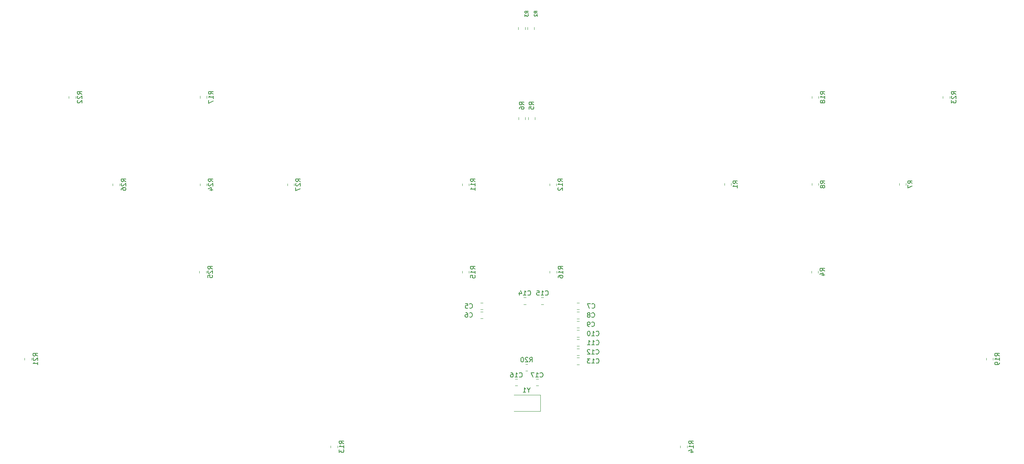
<source format=gbr>
%TF.GenerationSoftware,KiCad,Pcbnew,7.0.7*%
%TF.CreationDate,2023-10-06T06:03:54+09:00*%
%TF.ProjectId,Sixtar-Switch,53697874-6172-42d5-9377-697463682e6b,rev?*%
%TF.SameCoordinates,Original*%
%TF.FileFunction,Legend,Bot*%
%TF.FilePolarity,Positive*%
%FSLAX46Y46*%
G04 Gerber Fmt 4.6, Leading zero omitted, Abs format (unit mm)*
G04 Created by KiCad (PCBNEW 7.0.7) date 2023-10-06 06:03:54*
%MOMM*%
%LPD*%
G01*
G04 APERTURE LIST*
%ADD10C,0.150000*%
%ADD11C,0.120000*%
G04 APERTURE END LIST*
D10*
X88754819Y-56207142D02*
X88278628Y-55873809D01*
X88754819Y-55635714D02*
X87754819Y-55635714D01*
X87754819Y-55635714D02*
X87754819Y-56016666D01*
X87754819Y-56016666D02*
X87802438Y-56111904D01*
X87802438Y-56111904D02*
X87850057Y-56159523D01*
X87850057Y-56159523D02*
X87945295Y-56207142D01*
X87945295Y-56207142D02*
X88088152Y-56207142D01*
X88088152Y-56207142D02*
X88183390Y-56159523D01*
X88183390Y-56159523D02*
X88231009Y-56111904D01*
X88231009Y-56111904D02*
X88278628Y-56016666D01*
X88278628Y-56016666D02*
X88278628Y-55635714D01*
X87850057Y-56588095D02*
X87802438Y-56635714D01*
X87802438Y-56635714D02*
X87754819Y-56730952D01*
X87754819Y-56730952D02*
X87754819Y-56969047D01*
X87754819Y-56969047D02*
X87802438Y-57064285D01*
X87802438Y-57064285D02*
X87850057Y-57111904D01*
X87850057Y-57111904D02*
X87945295Y-57159523D01*
X87945295Y-57159523D02*
X88040533Y-57159523D01*
X88040533Y-57159523D02*
X88183390Y-57111904D01*
X88183390Y-57111904D02*
X88754819Y-56540476D01*
X88754819Y-56540476D02*
X88754819Y-57159523D01*
X87754819Y-57492857D02*
X87754819Y-58159523D01*
X87754819Y-58159523D02*
X88754819Y-57730952D01*
X153185357Y-93719580D02*
X153232976Y-93767200D01*
X153232976Y-93767200D02*
X153375833Y-93814819D01*
X153375833Y-93814819D02*
X153471071Y-93814819D01*
X153471071Y-93814819D02*
X153613928Y-93767200D01*
X153613928Y-93767200D02*
X153709166Y-93671961D01*
X153709166Y-93671961D02*
X153756785Y-93576723D01*
X153756785Y-93576723D02*
X153804404Y-93386247D01*
X153804404Y-93386247D02*
X153804404Y-93243390D01*
X153804404Y-93243390D02*
X153756785Y-93052914D01*
X153756785Y-93052914D02*
X153709166Y-92957676D01*
X153709166Y-92957676D02*
X153613928Y-92862438D01*
X153613928Y-92862438D02*
X153471071Y-92814819D01*
X153471071Y-92814819D02*
X153375833Y-92814819D01*
X153375833Y-92814819D02*
X153232976Y-92862438D01*
X153232976Y-92862438D02*
X153185357Y-92910057D01*
X152232976Y-93814819D02*
X152804404Y-93814819D01*
X152518690Y-93814819D02*
X152518690Y-92814819D01*
X152518690Y-92814819D02*
X152613928Y-92957676D01*
X152613928Y-92957676D02*
X152709166Y-93052914D01*
X152709166Y-93052914D02*
X152804404Y-93100533D01*
X151852023Y-92910057D02*
X151804404Y-92862438D01*
X151804404Y-92862438D02*
X151709166Y-92814819D01*
X151709166Y-92814819D02*
X151471071Y-92814819D01*
X151471071Y-92814819D02*
X151375833Y-92862438D01*
X151375833Y-92862438D02*
X151328214Y-92910057D01*
X151328214Y-92910057D02*
X151280595Y-93005295D01*
X151280595Y-93005295D02*
X151280595Y-93100533D01*
X151280595Y-93100533D02*
X151328214Y-93243390D01*
X151328214Y-93243390D02*
X151899642Y-93814819D01*
X151899642Y-93814819D02*
X151280595Y-93814819D01*
X153222857Y-89719580D02*
X153270476Y-89767200D01*
X153270476Y-89767200D02*
X153413333Y-89814819D01*
X153413333Y-89814819D02*
X153508571Y-89814819D01*
X153508571Y-89814819D02*
X153651428Y-89767200D01*
X153651428Y-89767200D02*
X153746666Y-89671961D01*
X153746666Y-89671961D02*
X153794285Y-89576723D01*
X153794285Y-89576723D02*
X153841904Y-89386247D01*
X153841904Y-89386247D02*
X153841904Y-89243390D01*
X153841904Y-89243390D02*
X153794285Y-89052914D01*
X153794285Y-89052914D02*
X153746666Y-88957676D01*
X153746666Y-88957676D02*
X153651428Y-88862438D01*
X153651428Y-88862438D02*
X153508571Y-88814819D01*
X153508571Y-88814819D02*
X153413333Y-88814819D01*
X153413333Y-88814819D02*
X153270476Y-88862438D01*
X153270476Y-88862438D02*
X153222857Y-88910057D01*
X152270476Y-89814819D02*
X152841904Y-89814819D01*
X152556190Y-89814819D02*
X152556190Y-88814819D01*
X152556190Y-88814819D02*
X152651428Y-88957676D01*
X152651428Y-88957676D02*
X152746666Y-89052914D01*
X152746666Y-89052914D02*
X152841904Y-89100533D01*
X151651428Y-88814819D02*
X151556190Y-88814819D01*
X151556190Y-88814819D02*
X151460952Y-88862438D01*
X151460952Y-88862438D02*
X151413333Y-88910057D01*
X151413333Y-88910057D02*
X151365714Y-89005295D01*
X151365714Y-89005295D02*
X151318095Y-89195771D01*
X151318095Y-89195771D02*
X151318095Y-89433866D01*
X151318095Y-89433866D02*
X151365714Y-89624342D01*
X151365714Y-89624342D02*
X151413333Y-89719580D01*
X151413333Y-89719580D02*
X151460952Y-89767200D01*
X151460952Y-89767200D02*
X151556190Y-89814819D01*
X151556190Y-89814819D02*
X151651428Y-89814819D01*
X151651428Y-89814819D02*
X151746666Y-89767200D01*
X151746666Y-89767200D02*
X151794285Y-89719580D01*
X151794285Y-89719580D02*
X151841904Y-89624342D01*
X151841904Y-89624342D02*
X151889523Y-89433866D01*
X151889523Y-89433866D02*
X151889523Y-89195771D01*
X151889523Y-89195771D02*
X151841904Y-89005295D01*
X151841904Y-89005295D02*
X151794285Y-88910057D01*
X151794285Y-88910057D02*
X151746666Y-88862438D01*
X151746666Y-88862438D02*
X151651428Y-88814819D01*
X125639404Y-83719580D02*
X125687023Y-83767200D01*
X125687023Y-83767200D02*
X125829880Y-83814819D01*
X125829880Y-83814819D02*
X125925118Y-83814819D01*
X125925118Y-83814819D02*
X126067975Y-83767200D01*
X126067975Y-83767200D02*
X126163213Y-83671961D01*
X126163213Y-83671961D02*
X126210832Y-83576723D01*
X126210832Y-83576723D02*
X126258451Y-83386247D01*
X126258451Y-83386247D02*
X126258451Y-83243390D01*
X126258451Y-83243390D02*
X126210832Y-83052914D01*
X126210832Y-83052914D02*
X126163213Y-82957676D01*
X126163213Y-82957676D02*
X126067975Y-82862438D01*
X126067975Y-82862438D02*
X125925118Y-82814819D01*
X125925118Y-82814819D02*
X125829880Y-82814819D01*
X125829880Y-82814819D02*
X125687023Y-82862438D01*
X125687023Y-82862438D02*
X125639404Y-82910057D01*
X124734642Y-82814819D02*
X125210832Y-82814819D01*
X125210832Y-82814819D02*
X125258451Y-83291009D01*
X125258451Y-83291009D02*
X125210832Y-83243390D01*
X125210832Y-83243390D02*
X125115594Y-83195771D01*
X125115594Y-83195771D02*
X124877499Y-83195771D01*
X124877499Y-83195771D02*
X124782261Y-83243390D01*
X124782261Y-83243390D02*
X124734642Y-83291009D01*
X124734642Y-83291009D02*
X124687023Y-83386247D01*
X124687023Y-83386247D02*
X124687023Y-83624342D01*
X124687023Y-83624342D02*
X124734642Y-83719580D01*
X124734642Y-83719580D02*
X124782261Y-83767200D01*
X124782261Y-83767200D02*
X124877499Y-83814819D01*
X124877499Y-83814819D02*
X125115594Y-83814819D01*
X125115594Y-83814819D02*
X125210832Y-83767200D01*
X125210832Y-83767200D02*
X125258451Y-83719580D01*
X152259166Y-85719580D02*
X152306785Y-85767200D01*
X152306785Y-85767200D02*
X152449642Y-85814819D01*
X152449642Y-85814819D02*
X152544880Y-85814819D01*
X152544880Y-85814819D02*
X152687737Y-85767200D01*
X152687737Y-85767200D02*
X152782975Y-85671961D01*
X152782975Y-85671961D02*
X152830594Y-85576723D01*
X152830594Y-85576723D02*
X152878213Y-85386247D01*
X152878213Y-85386247D02*
X152878213Y-85243390D01*
X152878213Y-85243390D02*
X152830594Y-85052914D01*
X152830594Y-85052914D02*
X152782975Y-84957676D01*
X152782975Y-84957676D02*
X152687737Y-84862438D01*
X152687737Y-84862438D02*
X152544880Y-84814819D01*
X152544880Y-84814819D02*
X152449642Y-84814819D01*
X152449642Y-84814819D02*
X152306785Y-84862438D01*
X152306785Y-84862438D02*
X152259166Y-84910057D01*
X151687737Y-85243390D02*
X151782975Y-85195771D01*
X151782975Y-85195771D02*
X151830594Y-85148152D01*
X151830594Y-85148152D02*
X151878213Y-85052914D01*
X151878213Y-85052914D02*
X151878213Y-85005295D01*
X151878213Y-85005295D02*
X151830594Y-84910057D01*
X151830594Y-84910057D02*
X151782975Y-84862438D01*
X151782975Y-84862438D02*
X151687737Y-84814819D01*
X151687737Y-84814819D02*
X151497261Y-84814819D01*
X151497261Y-84814819D02*
X151402023Y-84862438D01*
X151402023Y-84862438D02*
X151354404Y-84910057D01*
X151354404Y-84910057D02*
X151306785Y-85005295D01*
X151306785Y-85005295D02*
X151306785Y-85052914D01*
X151306785Y-85052914D02*
X151354404Y-85148152D01*
X151354404Y-85148152D02*
X151402023Y-85195771D01*
X151402023Y-85195771D02*
X151497261Y-85243390D01*
X151497261Y-85243390D02*
X151687737Y-85243390D01*
X151687737Y-85243390D02*
X151782975Y-85291009D01*
X151782975Y-85291009D02*
X151830594Y-85338628D01*
X151830594Y-85338628D02*
X151878213Y-85433866D01*
X151878213Y-85433866D02*
X151878213Y-85624342D01*
X151878213Y-85624342D02*
X151830594Y-85719580D01*
X151830594Y-85719580D02*
X151782975Y-85767200D01*
X151782975Y-85767200D02*
X151687737Y-85814819D01*
X151687737Y-85814819D02*
X151497261Y-85814819D01*
X151497261Y-85814819D02*
X151402023Y-85767200D01*
X151402023Y-85767200D02*
X151354404Y-85719580D01*
X151354404Y-85719580D02*
X151306785Y-85624342D01*
X151306785Y-85624342D02*
X151306785Y-85433866D01*
X151306785Y-85433866D02*
X151354404Y-85338628D01*
X151354404Y-85338628D02*
X151402023Y-85291009D01*
X151402023Y-85291009D02*
X151497261Y-85243390D01*
X184024819Y-56623333D02*
X183548628Y-56290000D01*
X184024819Y-56051905D02*
X183024819Y-56051905D01*
X183024819Y-56051905D02*
X183024819Y-56432857D01*
X183024819Y-56432857D02*
X183072438Y-56528095D01*
X183072438Y-56528095D02*
X183120057Y-56575714D01*
X183120057Y-56575714D02*
X183215295Y-56623333D01*
X183215295Y-56623333D02*
X183358152Y-56623333D01*
X183358152Y-56623333D02*
X183453390Y-56575714D01*
X183453390Y-56575714D02*
X183501009Y-56528095D01*
X183501009Y-56528095D02*
X183548628Y-56432857D01*
X183548628Y-56432857D02*
X183548628Y-56051905D01*
X184024819Y-57575714D02*
X184024819Y-57004286D01*
X184024819Y-57290000D02*
X183024819Y-57290000D01*
X183024819Y-57290000D02*
X183167676Y-57194762D01*
X183167676Y-57194762D02*
X183262914Y-57099524D01*
X183262914Y-57099524D02*
X183310533Y-57004286D01*
X136472857Y-98769580D02*
X136520476Y-98817200D01*
X136520476Y-98817200D02*
X136663333Y-98864819D01*
X136663333Y-98864819D02*
X136758571Y-98864819D01*
X136758571Y-98864819D02*
X136901428Y-98817200D01*
X136901428Y-98817200D02*
X136996666Y-98721961D01*
X136996666Y-98721961D02*
X137044285Y-98626723D01*
X137044285Y-98626723D02*
X137091904Y-98436247D01*
X137091904Y-98436247D02*
X137091904Y-98293390D01*
X137091904Y-98293390D02*
X137044285Y-98102914D01*
X137044285Y-98102914D02*
X136996666Y-98007676D01*
X136996666Y-98007676D02*
X136901428Y-97912438D01*
X136901428Y-97912438D02*
X136758571Y-97864819D01*
X136758571Y-97864819D02*
X136663333Y-97864819D01*
X136663333Y-97864819D02*
X136520476Y-97912438D01*
X136520476Y-97912438D02*
X136472857Y-97960057D01*
X135520476Y-98864819D02*
X136091904Y-98864819D01*
X135806190Y-98864819D02*
X135806190Y-97864819D01*
X135806190Y-97864819D02*
X135901428Y-98007676D01*
X135901428Y-98007676D02*
X135996666Y-98102914D01*
X135996666Y-98102914D02*
X136091904Y-98150533D01*
X134663333Y-97864819D02*
X134853809Y-97864819D01*
X134853809Y-97864819D02*
X134949047Y-97912438D01*
X134949047Y-97912438D02*
X134996666Y-97960057D01*
X134996666Y-97960057D02*
X135091904Y-98102914D01*
X135091904Y-98102914D02*
X135139523Y-98293390D01*
X135139523Y-98293390D02*
X135139523Y-98674342D01*
X135139523Y-98674342D02*
X135091904Y-98769580D01*
X135091904Y-98769580D02*
X135044285Y-98817200D01*
X135044285Y-98817200D02*
X134949047Y-98864819D01*
X134949047Y-98864819D02*
X134758571Y-98864819D01*
X134758571Y-98864819D02*
X134663333Y-98817200D01*
X134663333Y-98817200D02*
X134615714Y-98769580D01*
X134615714Y-98769580D02*
X134568095Y-98674342D01*
X134568095Y-98674342D02*
X134568095Y-98436247D01*
X134568095Y-98436247D02*
X134615714Y-98341009D01*
X134615714Y-98341009D02*
X134663333Y-98293390D01*
X134663333Y-98293390D02*
X134758571Y-98245771D01*
X134758571Y-98245771D02*
X134949047Y-98245771D01*
X134949047Y-98245771D02*
X135044285Y-98293390D01*
X135044285Y-98293390D02*
X135091904Y-98341009D01*
X135091904Y-98341009D02*
X135139523Y-98436247D01*
X241104819Y-94257142D02*
X240628628Y-93923809D01*
X241104819Y-93685714D02*
X240104819Y-93685714D01*
X240104819Y-93685714D02*
X240104819Y-94066666D01*
X240104819Y-94066666D02*
X240152438Y-94161904D01*
X240152438Y-94161904D02*
X240200057Y-94209523D01*
X240200057Y-94209523D02*
X240295295Y-94257142D01*
X240295295Y-94257142D02*
X240438152Y-94257142D01*
X240438152Y-94257142D02*
X240533390Y-94209523D01*
X240533390Y-94209523D02*
X240581009Y-94161904D01*
X240581009Y-94161904D02*
X240628628Y-94066666D01*
X240628628Y-94066666D02*
X240628628Y-93685714D01*
X241104819Y-95209523D02*
X241104819Y-94638095D01*
X241104819Y-94923809D02*
X240104819Y-94923809D01*
X240104819Y-94923809D02*
X240247676Y-94828571D01*
X240247676Y-94828571D02*
X240342914Y-94733333D01*
X240342914Y-94733333D02*
X240390533Y-94638095D01*
X241104819Y-95685714D02*
X241104819Y-95876190D01*
X241104819Y-95876190D02*
X241057200Y-95971428D01*
X241057200Y-95971428D02*
X241009580Y-96019047D01*
X241009580Y-96019047D02*
X240866723Y-96114285D01*
X240866723Y-96114285D02*
X240676247Y-96161904D01*
X240676247Y-96161904D02*
X240295295Y-96161904D01*
X240295295Y-96161904D02*
X240200057Y-96114285D01*
X240200057Y-96114285D02*
X240152438Y-96066666D01*
X240152438Y-96066666D02*
X240104819Y-95971428D01*
X240104819Y-95971428D02*
X240104819Y-95780952D01*
X240104819Y-95780952D02*
X240152438Y-95685714D01*
X240152438Y-95685714D02*
X240200057Y-95638095D01*
X240200057Y-95638095D02*
X240295295Y-95590476D01*
X240295295Y-95590476D02*
X240533390Y-95590476D01*
X240533390Y-95590476D02*
X240628628Y-95638095D01*
X240628628Y-95638095D02*
X240676247Y-95685714D01*
X240676247Y-95685714D02*
X240723866Y-95780952D01*
X240723866Y-95780952D02*
X240723866Y-95971428D01*
X240723866Y-95971428D02*
X240676247Y-96066666D01*
X240676247Y-96066666D02*
X240628628Y-96114285D01*
X240628628Y-96114285D02*
X240533390Y-96161904D01*
X126854819Y-75307142D02*
X126378628Y-74973809D01*
X126854819Y-74735714D02*
X125854819Y-74735714D01*
X125854819Y-74735714D02*
X125854819Y-75116666D01*
X125854819Y-75116666D02*
X125902438Y-75211904D01*
X125902438Y-75211904D02*
X125950057Y-75259523D01*
X125950057Y-75259523D02*
X126045295Y-75307142D01*
X126045295Y-75307142D02*
X126188152Y-75307142D01*
X126188152Y-75307142D02*
X126283390Y-75259523D01*
X126283390Y-75259523D02*
X126331009Y-75211904D01*
X126331009Y-75211904D02*
X126378628Y-75116666D01*
X126378628Y-75116666D02*
X126378628Y-74735714D01*
X126854819Y-76259523D02*
X126854819Y-75688095D01*
X126854819Y-75973809D02*
X125854819Y-75973809D01*
X125854819Y-75973809D02*
X125997676Y-75878571D01*
X125997676Y-75878571D02*
X126092914Y-75783333D01*
X126092914Y-75783333D02*
X126140533Y-75688095D01*
X125854819Y-77164285D02*
X125854819Y-76688095D01*
X125854819Y-76688095D02*
X126331009Y-76640476D01*
X126331009Y-76640476D02*
X126283390Y-76688095D01*
X126283390Y-76688095D02*
X126235771Y-76783333D01*
X126235771Y-76783333D02*
X126235771Y-77021428D01*
X126235771Y-77021428D02*
X126283390Y-77116666D01*
X126283390Y-77116666D02*
X126331009Y-77164285D01*
X126331009Y-77164285D02*
X126426247Y-77211904D01*
X126426247Y-77211904D02*
X126664342Y-77211904D01*
X126664342Y-77211904D02*
X126759580Y-77164285D01*
X126759580Y-77164285D02*
X126807200Y-77116666D01*
X126807200Y-77116666D02*
X126854819Y-77021428D01*
X126854819Y-77021428D02*
X126854819Y-76783333D01*
X126854819Y-76783333D02*
X126807200Y-76688095D01*
X126807200Y-76688095D02*
X126759580Y-76640476D01*
X50704819Y-56207142D02*
X50228628Y-55873809D01*
X50704819Y-55635714D02*
X49704819Y-55635714D01*
X49704819Y-55635714D02*
X49704819Y-56016666D01*
X49704819Y-56016666D02*
X49752438Y-56111904D01*
X49752438Y-56111904D02*
X49800057Y-56159523D01*
X49800057Y-56159523D02*
X49895295Y-56207142D01*
X49895295Y-56207142D02*
X50038152Y-56207142D01*
X50038152Y-56207142D02*
X50133390Y-56159523D01*
X50133390Y-56159523D02*
X50181009Y-56111904D01*
X50181009Y-56111904D02*
X50228628Y-56016666D01*
X50228628Y-56016666D02*
X50228628Y-55635714D01*
X49800057Y-56588095D02*
X49752438Y-56635714D01*
X49752438Y-56635714D02*
X49704819Y-56730952D01*
X49704819Y-56730952D02*
X49704819Y-56969047D01*
X49704819Y-56969047D02*
X49752438Y-57064285D01*
X49752438Y-57064285D02*
X49800057Y-57111904D01*
X49800057Y-57111904D02*
X49895295Y-57159523D01*
X49895295Y-57159523D02*
X49990533Y-57159523D01*
X49990533Y-57159523D02*
X50133390Y-57111904D01*
X50133390Y-57111904D02*
X50704819Y-56540476D01*
X50704819Y-56540476D02*
X50704819Y-57159523D01*
X49704819Y-58016666D02*
X49704819Y-57826190D01*
X49704819Y-57826190D02*
X49752438Y-57730952D01*
X49752438Y-57730952D02*
X49800057Y-57683333D01*
X49800057Y-57683333D02*
X49942914Y-57588095D01*
X49942914Y-57588095D02*
X50133390Y-57540476D01*
X50133390Y-57540476D02*
X50514342Y-57540476D01*
X50514342Y-57540476D02*
X50609580Y-57588095D01*
X50609580Y-57588095D02*
X50657200Y-57635714D01*
X50657200Y-57635714D02*
X50704819Y-57730952D01*
X50704819Y-57730952D02*
X50704819Y-57921428D01*
X50704819Y-57921428D02*
X50657200Y-58016666D01*
X50657200Y-58016666D02*
X50609580Y-58064285D01*
X50609580Y-58064285D02*
X50514342Y-58111904D01*
X50514342Y-58111904D02*
X50276247Y-58111904D01*
X50276247Y-58111904D02*
X50181009Y-58064285D01*
X50181009Y-58064285D02*
X50133390Y-58016666D01*
X50133390Y-58016666D02*
X50085771Y-57921428D01*
X50085771Y-57921428D02*
X50085771Y-57730952D01*
X50085771Y-57730952D02*
X50133390Y-57635714D01*
X50133390Y-57635714D02*
X50181009Y-57588095D01*
X50181009Y-57588095D02*
X50276247Y-57540476D01*
X231654819Y-37157142D02*
X231178628Y-36823809D01*
X231654819Y-36585714D02*
X230654819Y-36585714D01*
X230654819Y-36585714D02*
X230654819Y-36966666D01*
X230654819Y-36966666D02*
X230702438Y-37061904D01*
X230702438Y-37061904D02*
X230750057Y-37109523D01*
X230750057Y-37109523D02*
X230845295Y-37157142D01*
X230845295Y-37157142D02*
X230988152Y-37157142D01*
X230988152Y-37157142D02*
X231083390Y-37109523D01*
X231083390Y-37109523D02*
X231131009Y-37061904D01*
X231131009Y-37061904D02*
X231178628Y-36966666D01*
X231178628Y-36966666D02*
X231178628Y-36585714D01*
X230750057Y-37538095D02*
X230702438Y-37585714D01*
X230702438Y-37585714D02*
X230654819Y-37680952D01*
X230654819Y-37680952D02*
X230654819Y-37919047D01*
X230654819Y-37919047D02*
X230702438Y-38014285D01*
X230702438Y-38014285D02*
X230750057Y-38061904D01*
X230750057Y-38061904D02*
X230845295Y-38109523D01*
X230845295Y-38109523D02*
X230940533Y-38109523D01*
X230940533Y-38109523D02*
X231083390Y-38061904D01*
X231083390Y-38061904D02*
X231654819Y-37490476D01*
X231654819Y-37490476D02*
X231654819Y-38109523D01*
X230654819Y-38442857D02*
X230654819Y-39061904D01*
X230654819Y-39061904D02*
X231035771Y-38728571D01*
X231035771Y-38728571D02*
X231035771Y-38871428D01*
X231035771Y-38871428D02*
X231083390Y-38966666D01*
X231083390Y-38966666D02*
X231131009Y-39014285D01*
X231131009Y-39014285D02*
X231226247Y-39061904D01*
X231226247Y-39061904D02*
X231464342Y-39061904D01*
X231464342Y-39061904D02*
X231559580Y-39014285D01*
X231559580Y-39014285D02*
X231607200Y-38966666D01*
X231607200Y-38966666D02*
X231654819Y-38871428D01*
X231654819Y-38871428D02*
X231654819Y-38585714D01*
X231654819Y-38585714D02*
X231607200Y-38490476D01*
X231607200Y-38490476D02*
X231559580Y-38442857D01*
X140416033Y-19483333D02*
X140082700Y-19250000D01*
X140416033Y-19083333D02*
X139716033Y-19083333D01*
X139716033Y-19083333D02*
X139716033Y-19350000D01*
X139716033Y-19350000D02*
X139749366Y-19416667D01*
X139749366Y-19416667D02*
X139782700Y-19450000D01*
X139782700Y-19450000D02*
X139849366Y-19483333D01*
X139849366Y-19483333D02*
X139949366Y-19483333D01*
X139949366Y-19483333D02*
X140016033Y-19450000D01*
X140016033Y-19450000D02*
X140049366Y-19416667D01*
X140049366Y-19416667D02*
X140082700Y-19350000D01*
X140082700Y-19350000D02*
X140082700Y-19083333D01*
X139782700Y-19750000D02*
X139749366Y-19783333D01*
X139749366Y-19783333D02*
X139716033Y-19850000D01*
X139716033Y-19850000D02*
X139716033Y-20016667D01*
X139716033Y-20016667D02*
X139749366Y-20083333D01*
X139749366Y-20083333D02*
X139782700Y-20116667D01*
X139782700Y-20116667D02*
X139849366Y-20150000D01*
X139849366Y-20150000D02*
X139916033Y-20150000D01*
X139916033Y-20150000D02*
X140016033Y-20116667D01*
X140016033Y-20116667D02*
X140416033Y-19716667D01*
X140416033Y-19716667D02*
X140416033Y-20150000D01*
X69604819Y-75257142D02*
X69128628Y-74923809D01*
X69604819Y-74685714D02*
X68604819Y-74685714D01*
X68604819Y-74685714D02*
X68604819Y-75066666D01*
X68604819Y-75066666D02*
X68652438Y-75161904D01*
X68652438Y-75161904D02*
X68700057Y-75209523D01*
X68700057Y-75209523D02*
X68795295Y-75257142D01*
X68795295Y-75257142D02*
X68938152Y-75257142D01*
X68938152Y-75257142D02*
X69033390Y-75209523D01*
X69033390Y-75209523D02*
X69081009Y-75161904D01*
X69081009Y-75161904D02*
X69128628Y-75066666D01*
X69128628Y-75066666D02*
X69128628Y-74685714D01*
X68700057Y-75638095D02*
X68652438Y-75685714D01*
X68652438Y-75685714D02*
X68604819Y-75780952D01*
X68604819Y-75780952D02*
X68604819Y-76019047D01*
X68604819Y-76019047D02*
X68652438Y-76114285D01*
X68652438Y-76114285D02*
X68700057Y-76161904D01*
X68700057Y-76161904D02*
X68795295Y-76209523D01*
X68795295Y-76209523D02*
X68890533Y-76209523D01*
X68890533Y-76209523D02*
X69033390Y-76161904D01*
X69033390Y-76161904D02*
X69604819Y-75590476D01*
X69604819Y-75590476D02*
X69604819Y-76209523D01*
X68604819Y-77114285D02*
X68604819Y-76638095D01*
X68604819Y-76638095D02*
X69081009Y-76590476D01*
X69081009Y-76590476D02*
X69033390Y-76638095D01*
X69033390Y-76638095D02*
X68985771Y-76733333D01*
X68985771Y-76733333D02*
X68985771Y-76971428D01*
X68985771Y-76971428D02*
X69033390Y-77066666D01*
X69033390Y-77066666D02*
X69081009Y-77114285D01*
X69081009Y-77114285D02*
X69176247Y-77161904D01*
X69176247Y-77161904D02*
X69414342Y-77161904D01*
X69414342Y-77161904D02*
X69509580Y-77114285D01*
X69509580Y-77114285D02*
X69557200Y-77066666D01*
X69557200Y-77066666D02*
X69604819Y-76971428D01*
X69604819Y-76971428D02*
X69604819Y-76733333D01*
X69604819Y-76733333D02*
X69557200Y-76638095D01*
X69557200Y-76638095D02*
X69509580Y-76590476D01*
X145954819Y-75307142D02*
X145478628Y-74973809D01*
X145954819Y-74735714D02*
X144954819Y-74735714D01*
X144954819Y-74735714D02*
X144954819Y-75116666D01*
X144954819Y-75116666D02*
X145002438Y-75211904D01*
X145002438Y-75211904D02*
X145050057Y-75259523D01*
X145050057Y-75259523D02*
X145145295Y-75307142D01*
X145145295Y-75307142D02*
X145288152Y-75307142D01*
X145288152Y-75307142D02*
X145383390Y-75259523D01*
X145383390Y-75259523D02*
X145431009Y-75211904D01*
X145431009Y-75211904D02*
X145478628Y-75116666D01*
X145478628Y-75116666D02*
X145478628Y-74735714D01*
X145954819Y-76259523D02*
X145954819Y-75688095D01*
X145954819Y-75973809D02*
X144954819Y-75973809D01*
X144954819Y-75973809D02*
X145097676Y-75878571D01*
X145097676Y-75878571D02*
X145192914Y-75783333D01*
X145192914Y-75783333D02*
X145240533Y-75688095D01*
X144954819Y-77116666D02*
X144954819Y-76926190D01*
X144954819Y-76926190D02*
X145002438Y-76830952D01*
X145002438Y-76830952D02*
X145050057Y-76783333D01*
X145050057Y-76783333D02*
X145192914Y-76688095D01*
X145192914Y-76688095D02*
X145383390Y-76640476D01*
X145383390Y-76640476D02*
X145764342Y-76640476D01*
X145764342Y-76640476D02*
X145859580Y-76688095D01*
X145859580Y-76688095D02*
X145907200Y-76735714D01*
X145907200Y-76735714D02*
X145954819Y-76830952D01*
X145954819Y-76830952D02*
X145954819Y-77021428D01*
X145954819Y-77021428D02*
X145907200Y-77116666D01*
X145907200Y-77116666D02*
X145859580Y-77164285D01*
X145859580Y-77164285D02*
X145764342Y-77211904D01*
X145764342Y-77211904D02*
X145526247Y-77211904D01*
X145526247Y-77211904D02*
X145431009Y-77164285D01*
X145431009Y-77164285D02*
X145383390Y-77116666D01*
X145383390Y-77116666D02*
X145335771Y-77021428D01*
X145335771Y-77021428D02*
X145335771Y-76830952D01*
X145335771Y-76830952D02*
X145383390Y-76735714D01*
X145383390Y-76735714D02*
X145431009Y-76688095D01*
X145431009Y-76688095D02*
X145526247Y-76640476D01*
X203074819Y-37157142D02*
X202598628Y-36823809D01*
X203074819Y-36585714D02*
X202074819Y-36585714D01*
X202074819Y-36585714D02*
X202074819Y-36966666D01*
X202074819Y-36966666D02*
X202122438Y-37061904D01*
X202122438Y-37061904D02*
X202170057Y-37109523D01*
X202170057Y-37109523D02*
X202265295Y-37157142D01*
X202265295Y-37157142D02*
X202408152Y-37157142D01*
X202408152Y-37157142D02*
X202503390Y-37109523D01*
X202503390Y-37109523D02*
X202551009Y-37061904D01*
X202551009Y-37061904D02*
X202598628Y-36966666D01*
X202598628Y-36966666D02*
X202598628Y-36585714D01*
X203074819Y-38109523D02*
X203074819Y-37538095D01*
X203074819Y-37823809D02*
X202074819Y-37823809D01*
X202074819Y-37823809D02*
X202217676Y-37728571D01*
X202217676Y-37728571D02*
X202312914Y-37633333D01*
X202312914Y-37633333D02*
X202360533Y-37538095D01*
X202503390Y-38680952D02*
X202455771Y-38585714D01*
X202455771Y-38585714D02*
X202408152Y-38538095D01*
X202408152Y-38538095D02*
X202312914Y-38490476D01*
X202312914Y-38490476D02*
X202265295Y-38490476D01*
X202265295Y-38490476D02*
X202170057Y-38538095D01*
X202170057Y-38538095D02*
X202122438Y-38585714D01*
X202122438Y-38585714D02*
X202074819Y-38680952D01*
X202074819Y-38680952D02*
X202074819Y-38871428D01*
X202074819Y-38871428D02*
X202122438Y-38966666D01*
X202122438Y-38966666D02*
X202170057Y-39014285D01*
X202170057Y-39014285D02*
X202265295Y-39061904D01*
X202265295Y-39061904D02*
X202312914Y-39061904D01*
X202312914Y-39061904D02*
X202408152Y-39014285D01*
X202408152Y-39014285D02*
X202455771Y-38966666D01*
X202455771Y-38966666D02*
X202503390Y-38871428D01*
X202503390Y-38871428D02*
X202503390Y-38680952D01*
X202503390Y-38680952D02*
X202551009Y-38585714D01*
X202551009Y-38585714D02*
X202598628Y-38538095D01*
X202598628Y-38538095D02*
X202693866Y-38490476D01*
X202693866Y-38490476D02*
X202884342Y-38490476D01*
X202884342Y-38490476D02*
X202979580Y-38538095D01*
X202979580Y-38538095D02*
X203027200Y-38585714D01*
X203027200Y-38585714D02*
X203074819Y-38680952D01*
X203074819Y-38680952D02*
X203074819Y-38871428D01*
X203074819Y-38871428D02*
X203027200Y-38966666D01*
X203027200Y-38966666D02*
X202979580Y-39014285D01*
X202979580Y-39014285D02*
X202884342Y-39061904D01*
X202884342Y-39061904D02*
X202693866Y-39061904D01*
X202693866Y-39061904D02*
X202598628Y-39014285D01*
X202598628Y-39014285D02*
X202551009Y-38966666D01*
X202551009Y-38966666D02*
X202503390Y-38871428D01*
X152246666Y-87719580D02*
X152294285Y-87767200D01*
X152294285Y-87767200D02*
X152437142Y-87814819D01*
X152437142Y-87814819D02*
X152532380Y-87814819D01*
X152532380Y-87814819D02*
X152675237Y-87767200D01*
X152675237Y-87767200D02*
X152770475Y-87671961D01*
X152770475Y-87671961D02*
X152818094Y-87576723D01*
X152818094Y-87576723D02*
X152865713Y-87386247D01*
X152865713Y-87386247D02*
X152865713Y-87243390D01*
X152865713Y-87243390D02*
X152818094Y-87052914D01*
X152818094Y-87052914D02*
X152770475Y-86957676D01*
X152770475Y-86957676D02*
X152675237Y-86862438D01*
X152675237Y-86862438D02*
X152532380Y-86814819D01*
X152532380Y-86814819D02*
X152437142Y-86814819D01*
X152437142Y-86814819D02*
X152294285Y-86862438D01*
X152294285Y-86862438D02*
X152246666Y-86910057D01*
X151770475Y-87814819D02*
X151579999Y-87814819D01*
X151579999Y-87814819D02*
X151484761Y-87767200D01*
X151484761Y-87767200D02*
X151437142Y-87719580D01*
X151437142Y-87719580D02*
X151341904Y-87576723D01*
X151341904Y-87576723D02*
X151294285Y-87386247D01*
X151294285Y-87386247D02*
X151294285Y-87005295D01*
X151294285Y-87005295D02*
X151341904Y-86910057D01*
X151341904Y-86910057D02*
X151389523Y-86862438D01*
X151389523Y-86862438D02*
X151484761Y-86814819D01*
X151484761Y-86814819D02*
X151675237Y-86814819D01*
X151675237Y-86814819D02*
X151770475Y-86862438D01*
X151770475Y-86862438D02*
X151818094Y-86910057D01*
X151818094Y-86910057D02*
X151865713Y-87005295D01*
X151865713Y-87005295D02*
X151865713Y-87243390D01*
X151865713Y-87243390D02*
X151818094Y-87338628D01*
X151818094Y-87338628D02*
X151770475Y-87386247D01*
X151770475Y-87386247D02*
X151675237Y-87433866D01*
X151675237Y-87433866D02*
X151484761Y-87433866D01*
X151484761Y-87433866D02*
X151389523Y-87386247D01*
X151389523Y-87386247D02*
X151341904Y-87338628D01*
X151341904Y-87338628D02*
X151294285Y-87243390D01*
X41144819Y-37157142D02*
X40668628Y-36823809D01*
X41144819Y-36585714D02*
X40144819Y-36585714D01*
X40144819Y-36585714D02*
X40144819Y-36966666D01*
X40144819Y-36966666D02*
X40192438Y-37061904D01*
X40192438Y-37061904D02*
X40240057Y-37109523D01*
X40240057Y-37109523D02*
X40335295Y-37157142D01*
X40335295Y-37157142D02*
X40478152Y-37157142D01*
X40478152Y-37157142D02*
X40573390Y-37109523D01*
X40573390Y-37109523D02*
X40621009Y-37061904D01*
X40621009Y-37061904D02*
X40668628Y-36966666D01*
X40668628Y-36966666D02*
X40668628Y-36585714D01*
X40240057Y-37538095D02*
X40192438Y-37585714D01*
X40192438Y-37585714D02*
X40144819Y-37680952D01*
X40144819Y-37680952D02*
X40144819Y-37919047D01*
X40144819Y-37919047D02*
X40192438Y-38014285D01*
X40192438Y-38014285D02*
X40240057Y-38061904D01*
X40240057Y-38061904D02*
X40335295Y-38109523D01*
X40335295Y-38109523D02*
X40430533Y-38109523D01*
X40430533Y-38109523D02*
X40573390Y-38061904D01*
X40573390Y-38061904D02*
X41144819Y-37490476D01*
X41144819Y-37490476D02*
X41144819Y-38109523D01*
X40240057Y-38490476D02*
X40192438Y-38538095D01*
X40192438Y-38538095D02*
X40144819Y-38633333D01*
X40144819Y-38633333D02*
X40144819Y-38871428D01*
X40144819Y-38871428D02*
X40192438Y-38966666D01*
X40192438Y-38966666D02*
X40240057Y-39014285D01*
X40240057Y-39014285D02*
X40335295Y-39061904D01*
X40335295Y-39061904D02*
X40430533Y-39061904D01*
X40430533Y-39061904D02*
X40573390Y-39014285D01*
X40573390Y-39014285D02*
X41144819Y-38442857D01*
X41144819Y-38442857D02*
X41144819Y-39061904D01*
X203074819Y-56623333D02*
X202598628Y-56290000D01*
X203074819Y-56051905D02*
X202074819Y-56051905D01*
X202074819Y-56051905D02*
X202074819Y-56432857D01*
X202074819Y-56432857D02*
X202122438Y-56528095D01*
X202122438Y-56528095D02*
X202170057Y-56575714D01*
X202170057Y-56575714D02*
X202265295Y-56623333D01*
X202265295Y-56623333D02*
X202408152Y-56623333D01*
X202408152Y-56623333D02*
X202503390Y-56575714D01*
X202503390Y-56575714D02*
X202551009Y-56528095D01*
X202551009Y-56528095D02*
X202598628Y-56432857D01*
X202598628Y-56432857D02*
X202598628Y-56051905D01*
X202503390Y-57194762D02*
X202455771Y-57099524D01*
X202455771Y-57099524D02*
X202408152Y-57051905D01*
X202408152Y-57051905D02*
X202312914Y-57004286D01*
X202312914Y-57004286D02*
X202265295Y-57004286D01*
X202265295Y-57004286D02*
X202170057Y-57051905D01*
X202170057Y-57051905D02*
X202122438Y-57099524D01*
X202122438Y-57099524D02*
X202074819Y-57194762D01*
X202074819Y-57194762D02*
X202074819Y-57385238D01*
X202074819Y-57385238D02*
X202122438Y-57480476D01*
X202122438Y-57480476D02*
X202170057Y-57528095D01*
X202170057Y-57528095D02*
X202265295Y-57575714D01*
X202265295Y-57575714D02*
X202312914Y-57575714D01*
X202312914Y-57575714D02*
X202408152Y-57528095D01*
X202408152Y-57528095D02*
X202455771Y-57480476D01*
X202455771Y-57480476D02*
X202503390Y-57385238D01*
X202503390Y-57385238D02*
X202503390Y-57194762D01*
X202503390Y-57194762D02*
X202551009Y-57099524D01*
X202551009Y-57099524D02*
X202598628Y-57051905D01*
X202598628Y-57051905D02*
X202693866Y-57004286D01*
X202693866Y-57004286D02*
X202884342Y-57004286D01*
X202884342Y-57004286D02*
X202979580Y-57051905D01*
X202979580Y-57051905D02*
X203027200Y-57099524D01*
X203027200Y-57099524D02*
X203074819Y-57194762D01*
X203074819Y-57194762D02*
X203074819Y-57385238D01*
X203074819Y-57385238D02*
X203027200Y-57480476D01*
X203027200Y-57480476D02*
X202979580Y-57528095D01*
X202979580Y-57528095D02*
X202884342Y-57575714D01*
X202884342Y-57575714D02*
X202693866Y-57575714D01*
X202693866Y-57575714D02*
X202598628Y-57528095D01*
X202598628Y-57528095D02*
X202551009Y-57480476D01*
X202551009Y-57480476D02*
X202503390Y-57385238D01*
X145904819Y-56207142D02*
X145428628Y-55873809D01*
X145904819Y-55635714D02*
X144904819Y-55635714D01*
X144904819Y-55635714D02*
X144904819Y-56016666D01*
X144904819Y-56016666D02*
X144952438Y-56111904D01*
X144952438Y-56111904D02*
X145000057Y-56159523D01*
X145000057Y-56159523D02*
X145095295Y-56207142D01*
X145095295Y-56207142D02*
X145238152Y-56207142D01*
X145238152Y-56207142D02*
X145333390Y-56159523D01*
X145333390Y-56159523D02*
X145381009Y-56111904D01*
X145381009Y-56111904D02*
X145428628Y-56016666D01*
X145428628Y-56016666D02*
X145428628Y-55635714D01*
X145904819Y-57159523D02*
X145904819Y-56588095D01*
X145904819Y-56873809D02*
X144904819Y-56873809D01*
X144904819Y-56873809D02*
X145047676Y-56778571D01*
X145047676Y-56778571D02*
X145142914Y-56683333D01*
X145142914Y-56683333D02*
X145190533Y-56588095D01*
X145000057Y-57540476D02*
X144952438Y-57588095D01*
X144952438Y-57588095D02*
X144904819Y-57683333D01*
X144904819Y-57683333D02*
X144904819Y-57921428D01*
X144904819Y-57921428D02*
X144952438Y-58016666D01*
X144952438Y-58016666D02*
X145000057Y-58064285D01*
X145000057Y-58064285D02*
X145095295Y-58111904D01*
X145095295Y-58111904D02*
X145190533Y-58111904D01*
X145190533Y-58111904D02*
X145333390Y-58064285D01*
X145333390Y-58064285D02*
X145904819Y-57492857D01*
X145904819Y-57492857D02*
X145904819Y-58111904D01*
X31504819Y-94257142D02*
X31028628Y-93923809D01*
X31504819Y-93685714D02*
X30504819Y-93685714D01*
X30504819Y-93685714D02*
X30504819Y-94066666D01*
X30504819Y-94066666D02*
X30552438Y-94161904D01*
X30552438Y-94161904D02*
X30600057Y-94209523D01*
X30600057Y-94209523D02*
X30695295Y-94257142D01*
X30695295Y-94257142D02*
X30838152Y-94257142D01*
X30838152Y-94257142D02*
X30933390Y-94209523D01*
X30933390Y-94209523D02*
X30981009Y-94161904D01*
X30981009Y-94161904D02*
X31028628Y-94066666D01*
X31028628Y-94066666D02*
X31028628Y-93685714D01*
X30600057Y-94638095D02*
X30552438Y-94685714D01*
X30552438Y-94685714D02*
X30504819Y-94780952D01*
X30504819Y-94780952D02*
X30504819Y-95019047D01*
X30504819Y-95019047D02*
X30552438Y-95114285D01*
X30552438Y-95114285D02*
X30600057Y-95161904D01*
X30600057Y-95161904D02*
X30695295Y-95209523D01*
X30695295Y-95209523D02*
X30790533Y-95209523D01*
X30790533Y-95209523D02*
X30933390Y-95161904D01*
X30933390Y-95161904D02*
X31504819Y-94590476D01*
X31504819Y-94590476D02*
X31504819Y-95209523D01*
X31504819Y-96161904D02*
X31504819Y-95590476D01*
X31504819Y-95876190D02*
X30504819Y-95876190D01*
X30504819Y-95876190D02*
X30647676Y-95780952D01*
X30647676Y-95780952D02*
X30742914Y-95685714D01*
X30742914Y-95685714D02*
X30790533Y-95590476D01*
X142152857Y-80909580D02*
X142200476Y-80957200D01*
X142200476Y-80957200D02*
X142343333Y-81004819D01*
X142343333Y-81004819D02*
X142438571Y-81004819D01*
X142438571Y-81004819D02*
X142581428Y-80957200D01*
X142581428Y-80957200D02*
X142676666Y-80861961D01*
X142676666Y-80861961D02*
X142724285Y-80766723D01*
X142724285Y-80766723D02*
X142771904Y-80576247D01*
X142771904Y-80576247D02*
X142771904Y-80433390D01*
X142771904Y-80433390D02*
X142724285Y-80242914D01*
X142724285Y-80242914D02*
X142676666Y-80147676D01*
X142676666Y-80147676D02*
X142581428Y-80052438D01*
X142581428Y-80052438D02*
X142438571Y-80004819D01*
X142438571Y-80004819D02*
X142343333Y-80004819D01*
X142343333Y-80004819D02*
X142200476Y-80052438D01*
X142200476Y-80052438D02*
X142152857Y-80100057D01*
X141200476Y-81004819D02*
X141771904Y-81004819D01*
X141486190Y-81004819D02*
X141486190Y-80004819D01*
X141486190Y-80004819D02*
X141581428Y-80147676D01*
X141581428Y-80147676D02*
X141676666Y-80242914D01*
X141676666Y-80242914D02*
X141771904Y-80290533D01*
X140295714Y-80004819D02*
X140771904Y-80004819D01*
X140771904Y-80004819D02*
X140819523Y-80481009D01*
X140819523Y-80481009D02*
X140771904Y-80433390D01*
X140771904Y-80433390D02*
X140676666Y-80385771D01*
X140676666Y-80385771D02*
X140438571Y-80385771D01*
X140438571Y-80385771D02*
X140343333Y-80433390D01*
X140343333Y-80433390D02*
X140295714Y-80481009D01*
X140295714Y-80481009D02*
X140248095Y-80576247D01*
X140248095Y-80576247D02*
X140248095Y-80814342D01*
X140248095Y-80814342D02*
X140295714Y-80909580D01*
X140295714Y-80909580D02*
X140343333Y-80957200D01*
X140343333Y-80957200D02*
X140438571Y-81004819D01*
X140438571Y-81004819D02*
X140676666Y-81004819D01*
X140676666Y-81004819D02*
X140771904Y-80957200D01*
X140771904Y-80957200D02*
X140819523Y-80909580D01*
X138416033Y-19483333D02*
X138082700Y-19250000D01*
X138416033Y-19083333D02*
X137716033Y-19083333D01*
X137716033Y-19083333D02*
X137716033Y-19350000D01*
X137716033Y-19350000D02*
X137749366Y-19416667D01*
X137749366Y-19416667D02*
X137782700Y-19450000D01*
X137782700Y-19450000D02*
X137849366Y-19483333D01*
X137849366Y-19483333D02*
X137949366Y-19483333D01*
X137949366Y-19483333D02*
X138016033Y-19450000D01*
X138016033Y-19450000D02*
X138049366Y-19416667D01*
X138049366Y-19416667D02*
X138082700Y-19350000D01*
X138082700Y-19350000D02*
X138082700Y-19083333D01*
X137716033Y-19716667D02*
X137716033Y-20150000D01*
X137716033Y-20150000D02*
X137982700Y-19916667D01*
X137982700Y-19916667D02*
X137982700Y-20016667D01*
X137982700Y-20016667D02*
X138016033Y-20083333D01*
X138016033Y-20083333D02*
X138049366Y-20116667D01*
X138049366Y-20116667D02*
X138116033Y-20150000D01*
X138116033Y-20150000D02*
X138282700Y-20150000D01*
X138282700Y-20150000D02*
X138349366Y-20116667D01*
X138349366Y-20116667D02*
X138382700Y-20083333D01*
X138382700Y-20083333D02*
X138416033Y-20016667D01*
X138416033Y-20016667D02*
X138416033Y-19816667D01*
X138416033Y-19816667D02*
X138382700Y-19750000D01*
X138382700Y-19750000D02*
X138349366Y-19716667D01*
X139604819Y-39483333D02*
X139128628Y-39150000D01*
X139604819Y-38911905D02*
X138604819Y-38911905D01*
X138604819Y-38911905D02*
X138604819Y-39292857D01*
X138604819Y-39292857D02*
X138652438Y-39388095D01*
X138652438Y-39388095D02*
X138700057Y-39435714D01*
X138700057Y-39435714D02*
X138795295Y-39483333D01*
X138795295Y-39483333D02*
X138938152Y-39483333D01*
X138938152Y-39483333D02*
X139033390Y-39435714D01*
X139033390Y-39435714D02*
X139081009Y-39388095D01*
X139081009Y-39388095D02*
X139128628Y-39292857D01*
X139128628Y-39292857D02*
X139128628Y-38911905D01*
X138604819Y-40388095D02*
X138604819Y-39911905D01*
X138604819Y-39911905D02*
X139081009Y-39864286D01*
X139081009Y-39864286D02*
X139033390Y-39911905D01*
X139033390Y-39911905D02*
X138985771Y-40007143D01*
X138985771Y-40007143D02*
X138985771Y-40245238D01*
X138985771Y-40245238D02*
X139033390Y-40340476D01*
X139033390Y-40340476D02*
X139081009Y-40388095D01*
X139081009Y-40388095D02*
X139176247Y-40435714D01*
X139176247Y-40435714D02*
X139414342Y-40435714D01*
X139414342Y-40435714D02*
X139509580Y-40388095D01*
X139509580Y-40388095D02*
X139557200Y-40340476D01*
X139557200Y-40340476D02*
X139604819Y-40245238D01*
X139604819Y-40245238D02*
X139604819Y-40007143D01*
X139604819Y-40007143D02*
X139557200Y-39911905D01*
X139557200Y-39911905D02*
X139509580Y-39864286D01*
X98204819Y-113357142D02*
X97728628Y-113023809D01*
X98204819Y-112785714D02*
X97204819Y-112785714D01*
X97204819Y-112785714D02*
X97204819Y-113166666D01*
X97204819Y-113166666D02*
X97252438Y-113261904D01*
X97252438Y-113261904D02*
X97300057Y-113309523D01*
X97300057Y-113309523D02*
X97395295Y-113357142D01*
X97395295Y-113357142D02*
X97538152Y-113357142D01*
X97538152Y-113357142D02*
X97633390Y-113309523D01*
X97633390Y-113309523D02*
X97681009Y-113261904D01*
X97681009Y-113261904D02*
X97728628Y-113166666D01*
X97728628Y-113166666D02*
X97728628Y-112785714D01*
X98204819Y-114309523D02*
X98204819Y-113738095D01*
X98204819Y-114023809D02*
X97204819Y-114023809D01*
X97204819Y-114023809D02*
X97347676Y-113928571D01*
X97347676Y-113928571D02*
X97442914Y-113833333D01*
X97442914Y-113833333D02*
X97490533Y-113738095D01*
X97204819Y-114642857D02*
X97204819Y-115261904D01*
X97204819Y-115261904D02*
X97585771Y-114928571D01*
X97585771Y-114928571D02*
X97585771Y-115071428D01*
X97585771Y-115071428D02*
X97633390Y-115166666D01*
X97633390Y-115166666D02*
X97681009Y-115214285D01*
X97681009Y-115214285D02*
X97776247Y-115261904D01*
X97776247Y-115261904D02*
X98014342Y-115261904D01*
X98014342Y-115261904D02*
X98109580Y-115214285D01*
X98109580Y-115214285D02*
X98157200Y-115166666D01*
X98157200Y-115166666D02*
X98204819Y-115071428D01*
X98204819Y-115071428D02*
X98204819Y-114785714D01*
X98204819Y-114785714D02*
X98157200Y-114690476D01*
X98157200Y-114690476D02*
X98109580Y-114642857D01*
X69704819Y-56207142D02*
X69228628Y-55873809D01*
X69704819Y-55635714D02*
X68704819Y-55635714D01*
X68704819Y-55635714D02*
X68704819Y-56016666D01*
X68704819Y-56016666D02*
X68752438Y-56111904D01*
X68752438Y-56111904D02*
X68800057Y-56159523D01*
X68800057Y-56159523D02*
X68895295Y-56207142D01*
X68895295Y-56207142D02*
X69038152Y-56207142D01*
X69038152Y-56207142D02*
X69133390Y-56159523D01*
X69133390Y-56159523D02*
X69181009Y-56111904D01*
X69181009Y-56111904D02*
X69228628Y-56016666D01*
X69228628Y-56016666D02*
X69228628Y-55635714D01*
X68800057Y-56588095D02*
X68752438Y-56635714D01*
X68752438Y-56635714D02*
X68704819Y-56730952D01*
X68704819Y-56730952D02*
X68704819Y-56969047D01*
X68704819Y-56969047D02*
X68752438Y-57064285D01*
X68752438Y-57064285D02*
X68800057Y-57111904D01*
X68800057Y-57111904D02*
X68895295Y-57159523D01*
X68895295Y-57159523D02*
X68990533Y-57159523D01*
X68990533Y-57159523D02*
X69133390Y-57111904D01*
X69133390Y-57111904D02*
X69704819Y-56540476D01*
X69704819Y-56540476D02*
X69704819Y-57159523D01*
X69038152Y-58016666D02*
X69704819Y-58016666D01*
X68657200Y-57778571D02*
X69371485Y-57540476D01*
X69371485Y-57540476D02*
X69371485Y-58159523D01*
X203004819Y-75733333D02*
X202528628Y-75400000D01*
X203004819Y-75161905D02*
X202004819Y-75161905D01*
X202004819Y-75161905D02*
X202004819Y-75542857D01*
X202004819Y-75542857D02*
X202052438Y-75638095D01*
X202052438Y-75638095D02*
X202100057Y-75685714D01*
X202100057Y-75685714D02*
X202195295Y-75733333D01*
X202195295Y-75733333D02*
X202338152Y-75733333D01*
X202338152Y-75733333D02*
X202433390Y-75685714D01*
X202433390Y-75685714D02*
X202481009Y-75638095D01*
X202481009Y-75638095D02*
X202528628Y-75542857D01*
X202528628Y-75542857D02*
X202528628Y-75161905D01*
X202338152Y-76590476D02*
X203004819Y-76590476D01*
X201957200Y-76352381D02*
X202671485Y-76114286D01*
X202671485Y-76114286D02*
X202671485Y-76733333D01*
X152309166Y-83719580D02*
X152356785Y-83767200D01*
X152356785Y-83767200D02*
X152499642Y-83814819D01*
X152499642Y-83814819D02*
X152594880Y-83814819D01*
X152594880Y-83814819D02*
X152737737Y-83767200D01*
X152737737Y-83767200D02*
X152832975Y-83671961D01*
X152832975Y-83671961D02*
X152880594Y-83576723D01*
X152880594Y-83576723D02*
X152928213Y-83386247D01*
X152928213Y-83386247D02*
X152928213Y-83243390D01*
X152928213Y-83243390D02*
X152880594Y-83052914D01*
X152880594Y-83052914D02*
X152832975Y-82957676D01*
X152832975Y-82957676D02*
X152737737Y-82862438D01*
X152737737Y-82862438D02*
X152594880Y-82814819D01*
X152594880Y-82814819D02*
X152499642Y-82814819D01*
X152499642Y-82814819D02*
X152356785Y-82862438D01*
X152356785Y-82862438D02*
X152309166Y-82910057D01*
X151975832Y-82814819D02*
X151309166Y-82814819D01*
X151309166Y-82814819D02*
X151737737Y-83814819D01*
X137504819Y-39483333D02*
X137028628Y-39150000D01*
X137504819Y-38911905D02*
X136504819Y-38911905D01*
X136504819Y-38911905D02*
X136504819Y-39292857D01*
X136504819Y-39292857D02*
X136552438Y-39388095D01*
X136552438Y-39388095D02*
X136600057Y-39435714D01*
X136600057Y-39435714D02*
X136695295Y-39483333D01*
X136695295Y-39483333D02*
X136838152Y-39483333D01*
X136838152Y-39483333D02*
X136933390Y-39435714D01*
X136933390Y-39435714D02*
X136981009Y-39388095D01*
X136981009Y-39388095D02*
X137028628Y-39292857D01*
X137028628Y-39292857D02*
X137028628Y-38911905D01*
X136504819Y-40340476D02*
X136504819Y-40150000D01*
X136504819Y-40150000D02*
X136552438Y-40054762D01*
X136552438Y-40054762D02*
X136600057Y-40007143D01*
X136600057Y-40007143D02*
X136742914Y-39911905D01*
X136742914Y-39911905D02*
X136933390Y-39864286D01*
X136933390Y-39864286D02*
X137314342Y-39864286D01*
X137314342Y-39864286D02*
X137409580Y-39911905D01*
X137409580Y-39911905D02*
X137457200Y-39959524D01*
X137457200Y-39959524D02*
X137504819Y-40054762D01*
X137504819Y-40054762D02*
X137504819Y-40245238D01*
X137504819Y-40245238D02*
X137457200Y-40340476D01*
X137457200Y-40340476D02*
X137409580Y-40388095D01*
X137409580Y-40388095D02*
X137314342Y-40435714D01*
X137314342Y-40435714D02*
X137076247Y-40435714D01*
X137076247Y-40435714D02*
X136981009Y-40388095D01*
X136981009Y-40388095D02*
X136933390Y-40340476D01*
X136933390Y-40340476D02*
X136885771Y-40245238D01*
X136885771Y-40245238D02*
X136885771Y-40054762D01*
X136885771Y-40054762D02*
X136933390Y-39959524D01*
X136933390Y-39959524D02*
X136981009Y-39911905D01*
X136981009Y-39911905D02*
X137076247Y-39864286D01*
X126854819Y-56207142D02*
X126378628Y-55873809D01*
X126854819Y-55635714D02*
X125854819Y-55635714D01*
X125854819Y-55635714D02*
X125854819Y-56016666D01*
X125854819Y-56016666D02*
X125902438Y-56111904D01*
X125902438Y-56111904D02*
X125950057Y-56159523D01*
X125950057Y-56159523D02*
X126045295Y-56207142D01*
X126045295Y-56207142D02*
X126188152Y-56207142D01*
X126188152Y-56207142D02*
X126283390Y-56159523D01*
X126283390Y-56159523D02*
X126331009Y-56111904D01*
X126331009Y-56111904D02*
X126378628Y-56016666D01*
X126378628Y-56016666D02*
X126378628Y-55635714D01*
X126854819Y-57159523D02*
X126854819Y-56588095D01*
X126854819Y-56873809D02*
X125854819Y-56873809D01*
X125854819Y-56873809D02*
X125997676Y-56778571D01*
X125997676Y-56778571D02*
X126092914Y-56683333D01*
X126092914Y-56683333D02*
X126140533Y-56588095D01*
X126854819Y-58111904D02*
X126854819Y-57540476D01*
X126854819Y-57826190D02*
X125854819Y-57826190D01*
X125854819Y-57826190D02*
X125997676Y-57730952D01*
X125997676Y-57730952D02*
X126092914Y-57635714D01*
X126092914Y-57635714D02*
X126140533Y-57540476D01*
X69734819Y-37147142D02*
X69258628Y-36813809D01*
X69734819Y-36575714D02*
X68734819Y-36575714D01*
X68734819Y-36575714D02*
X68734819Y-36956666D01*
X68734819Y-36956666D02*
X68782438Y-37051904D01*
X68782438Y-37051904D02*
X68830057Y-37099523D01*
X68830057Y-37099523D02*
X68925295Y-37147142D01*
X68925295Y-37147142D02*
X69068152Y-37147142D01*
X69068152Y-37147142D02*
X69163390Y-37099523D01*
X69163390Y-37099523D02*
X69211009Y-37051904D01*
X69211009Y-37051904D02*
X69258628Y-36956666D01*
X69258628Y-36956666D02*
X69258628Y-36575714D01*
X69734819Y-38099523D02*
X69734819Y-37528095D01*
X69734819Y-37813809D02*
X68734819Y-37813809D01*
X68734819Y-37813809D02*
X68877676Y-37718571D01*
X68877676Y-37718571D02*
X68972914Y-37623333D01*
X68972914Y-37623333D02*
X69020533Y-37528095D01*
X68734819Y-38432857D02*
X68734819Y-39099523D01*
X68734819Y-39099523D02*
X69734819Y-38670952D01*
X138312857Y-80899580D02*
X138360476Y-80947200D01*
X138360476Y-80947200D02*
X138503333Y-80994819D01*
X138503333Y-80994819D02*
X138598571Y-80994819D01*
X138598571Y-80994819D02*
X138741428Y-80947200D01*
X138741428Y-80947200D02*
X138836666Y-80851961D01*
X138836666Y-80851961D02*
X138884285Y-80756723D01*
X138884285Y-80756723D02*
X138931904Y-80566247D01*
X138931904Y-80566247D02*
X138931904Y-80423390D01*
X138931904Y-80423390D02*
X138884285Y-80232914D01*
X138884285Y-80232914D02*
X138836666Y-80137676D01*
X138836666Y-80137676D02*
X138741428Y-80042438D01*
X138741428Y-80042438D02*
X138598571Y-79994819D01*
X138598571Y-79994819D02*
X138503333Y-79994819D01*
X138503333Y-79994819D02*
X138360476Y-80042438D01*
X138360476Y-80042438D02*
X138312857Y-80090057D01*
X137360476Y-80994819D02*
X137931904Y-80994819D01*
X137646190Y-80994819D02*
X137646190Y-79994819D01*
X137646190Y-79994819D02*
X137741428Y-80137676D01*
X137741428Y-80137676D02*
X137836666Y-80232914D01*
X137836666Y-80232914D02*
X137931904Y-80280533D01*
X136503333Y-80328152D02*
X136503333Y-80994819D01*
X136741428Y-79947200D02*
X136979523Y-80661485D01*
X136979523Y-80661485D02*
X136360476Y-80661485D01*
X141002857Y-98769580D02*
X141050476Y-98817200D01*
X141050476Y-98817200D02*
X141193333Y-98864819D01*
X141193333Y-98864819D02*
X141288571Y-98864819D01*
X141288571Y-98864819D02*
X141431428Y-98817200D01*
X141431428Y-98817200D02*
X141526666Y-98721961D01*
X141526666Y-98721961D02*
X141574285Y-98626723D01*
X141574285Y-98626723D02*
X141621904Y-98436247D01*
X141621904Y-98436247D02*
X141621904Y-98293390D01*
X141621904Y-98293390D02*
X141574285Y-98102914D01*
X141574285Y-98102914D02*
X141526666Y-98007676D01*
X141526666Y-98007676D02*
X141431428Y-97912438D01*
X141431428Y-97912438D02*
X141288571Y-97864819D01*
X141288571Y-97864819D02*
X141193333Y-97864819D01*
X141193333Y-97864819D02*
X141050476Y-97912438D01*
X141050476Y-97912438D02*
X141002857Y-97960057D01*
X140050476Y-98864819D02*
X140621904Y-98864819D01*
X140336190Y-98864819D02*
X140336190Y-97864819D01*
X140336190Y-97864819D02*
X140431428Y-98007676D01*
X140431428Y-98007676D02*
X140526666Y-98102914D01*
X140526666Y-98102914D02*
X140621904Y-98150533D01*
X139717142Y-97864819D02*
X139050476Y-97864819D01*
X139050476Y-97864819D02*
X139479047Y-98864819D01*
X153222857Y-91719580D02*
X153270476Y-91767200D01*
X153270476Y-91767200D02*
X153413333Y-91814819D01*
X153413333Y-91814819D02*
X153508571Y-91814819D01*
X153508571Y-91814819D02*
X153651428Y-91767200D01*
X153651428Y-91767200D02*
X153746666Y-91671961D01*
X153746666Y-91671961D02*
X153794285Y-91576723D01*
X153794285Y-91576723D02*
X153841904Y-91386247D01*
X153841904Y-91386247D02*
X153841904Y-91243390D01*
X153841904Y-91243390D02*
X153794285Y-91052914D01*
X153794285Y-91052914D02*
X153746666Y-90957676D01*
X153746666Y-90957676D02*
X153651428Y-90862438D01*
X153651428Y-90862438D02*
X153508571Y-90814819D01*
X153508571Y-90814819D02*
X153413333Y-90814819D01*
X153413333Y-90814819D02*
X153270476Y-90862438D01*
X153270476Y-90862438D02*
X153222857Y-90910057D01*
X152270476Y-91814819D02*
X152841904Y-91814819D01*
X152556190Y-91814819D02*
X152556190Y-90814819D01*
X152556190Y-90814819D02*
X152651428Y-90957676D01*
X152651428Y-90957676D02*
X152746666Y-91052914D01*
X152746666Y-91052914D02*
X152841904Y-91100533D01*
X151318095Y-91814819D02*
X151889523Y-91814819D01*
X151603809Y-91814819D02*
X151603809Y-90814819D01*
X151603809Y-90814819D02*
X151699047Y-90957676D01*
X151699047Y-90957676D02*
X151794285Y-91052914D01*
X151794285Y-91052914D02*
X151889523Y-91100533D01*
X222124819Y-56613333D02*
X221648628Y-56280000D01*
X222124819Y-56041905D02*
X221124819Y-56041905D01*
X221124819Y-56041905D02*
X221124819Y-56422857D01*
X221124819Y-56422857D02*
X221172438Y-56518095D01*
X221172438Y-56518095D02*
X221220057Y-56565714D01*
X221220057Y-56565714D02*
X221315295Y-56613333D01*
X221315295Y-56613333D02*
X221458152Y-56613333D01*
X221458152Y-56613333D02*
X221553390Y-56565714D01*
X221553390Y-56565714D02*
X221601009Y-56518095D01*
X221601009Y-56518095D02*
X221648628Y-56422857D01*
X221648628Y-56422857D02*
X221648628Y-56041905D01*
X221124819Y-56946667D02*
X221124819Y-57613333D01*
X221124819Y-57613333D02*
X222124819Y-57184762D01*
X174404819Y-113357142D02*
X173928628Y-113023809D01*
X174404819Y-112785714D02*
X173404819Y-112785714D01*
X173404819Y-112785714D02*
X173404819Y-113166666D01*
X173404819Y-113166666D02*
X173452438Y-113261904D01*
X173452438Y-113261904D02*
X173500057Y-113309523D01*
X173500057Y-113309523D02*
X173595295Y-113357142D01*
X173595295Y-113357142D02*
X173738152Y-113357142D01*
X173738152Y-113357142D02*
X173833390Y-113309523D01*
X173833390Y-113309523D02*
X173881009Y-113261904D01*
X173881009Y-113261904D02*
X173928628Y-113166666D01*
X173928628Y-113166666D02*
X173928628Y-112785714D01*
X174404819Y-114309523D02*
X174404819Y-113738095D01*
X174404819Y-114023809D02*
X173404819Y-114023809D01*
X173404819Y-114023809D02*
X173547676Y-113928571D01*
X173547676Y-113928571D02*
X173642914Y-113833333D01*
X173642914Y-113833333D02*
X173690533Y-113738095D01*
X173738152Y-115166666D02*
X174404819Y-115166666D01*
X173357200Y-114928571D02*
X174071485Y-114690476D01*
X174071485Y-114690476D02*
X174071485Y-115309523D01*
X138486190Y-101668628D02*
X138486190Y-102144819D01*
X138819523Y-101144819D02*
X138486190Y-101668628D01*
X138486190Y-101668628D02*
X138152857Y-101144819D01*
X137295714Y-102144819D02*
X137867142Y-102144819D01*
X137581428Y-102144819D02*
X137581428Y-101144819D01*
X137581428Y-101144819D02*
X137676666Y-101287676D01*
X137676666Y-101287676D02*
X137771904Y-101382914D01*
X137771904Y-101382914D02*
X137867142Y-101430533D01*
X138722857Y-95534819D02*
X139056190Y-95058628D01*
X139294285Y-95534819D02*
X139294285Y-94534819D01*
X139294285Y-94534819D02*
X138913333Y-94534819D01*
X138913333Y-94534819D02*
X138818095Y-94582438D01*
X138818095Y-94582438D02*
X138770476Y-94630057D01*
X138770476Y-94630057D02*
X138722857Y-94725295D01*
X138722857Y-94725295D02*
X138722857Y-94868152D01*
X138722857Y-94868152D02*
X138770476Y-94963390D01*
X138770476Y-94963390D02*
X138818095Y-95011009D01*
X138818095Y-95011009D02*
X138913333Y-95058628D01*
X138913333Y-95058628D02*
X139294285Y-95058628D01*
X138341904Y-94630057D02*
X138294285Y-94582438D01*
X138294285Y-94582438D02*
X138199047Y-94534819D01*
X138199047Y-94534819D02*
X137960952Y-94534819D01*
X137960952Y-94534819D02*
X137865714Y-94582438D01*
X137865714Y-94582438D02*
X137818095Y-94630057D01*
X137818095Y-94630057D02*
X137770476Y-94725295D01*
X137770476Y-94725295D02*
X137770476Y-94820533D01*
X137770476Y-94820533D02*
X137818095Y-94963390D01*
X137818095Y-94963390D02*
X138389523Y-95534819D01*
X138389523Y-95534819D02*
X137770476Y-95534819D01*
X137151428Y-94534819D02*
X137056190Y-94534819D01*
X137056190Y-94534819D02*
X136960952Y-94582438D01*
X136960952Y-94582438D02*
X136913333Y-94630057D01*
X136913333Y-94630057D02*
X136865714Y-94725295D01*
X136865714Y-94725295D02*
X136818095Y-94915771D01*
X136818095Y-94915771D02*
X136818095Y-95153866D01*
X136818095Y-95153866D02*
X136865714Y-95344342D01*
X136865714Y-95344342D02*
X136913333Y-95439580D01*
X136913333Y-95439580D02*
X136960952Y-95487200D01*
X136960952Y-95487200D02*
X137056190Y-95534819D01*
X137056190Y-95534819D02*
X137151428Y-95534819D01*
X137151428Y-95534819D02*
X137246666Y-95487200D01*
X137246666Y-95487200D02*
X137294285Y-95439580D01*
X137294285Y-95439580D02*
X137341904Y-95344342D01*
X137341904Y-95344342D02*
X137389523Y-95153866D01*
X137389523Y-95153866D02*
X137389523Y-94915771D01*
X137389523Y-94915771D02*
X137341904Y-94725295D01*
X137341904Y-94725295D02*
X137294285Y-94630057D01*
X137294285Y-94630057D02*
X137246666Y-94582438D01*
X137246666Y-94582438D02*
X137151428Y-94534819D01*
X153222857Y-95719580D02*
X153270476Y-95767200D01*
X153270476Y-95767200D02*
X153413333Y-95814819D01*
X153413333Y-95814819D02*
X153508571Y-95814819D01*
X153508571Y-95814819D02*
X153651428Y-95767200D01*
X153651428Y-95767200D02*
X153746666Y-95671961D01*
X153746666Y-95671961D02*
X153794285Y-95576723D01*
X153794285Y-95576723D02*
X153841904Y-95386247D01*
X153841904Y-95386247D02*
X153841904Y-95243390D01*
X153841904Y-95243390D02*
X153794285Y-95052914D01*
X153794285Y-95052914D02*
X153746666Y-94957676D01*
X153746666Y-94957676D02*
X153651428Y-94862438D01*
X153651428Y-94862438D02*
X153508571Y-94814819D01*
X153508571Y-94814819D02*
X153413333Y-94814819D01*
X153413333Y-94814819D02*
X153270476Y-94862438D01*
X153270476Y-94862438D02*
X153222857Y-94910057D01*
X152270476Y-95814819D02*
X152841904Y-95814819D01*
X152556190Y-95814819D02*
X152556190Y-94814819D01*
X152556190Y-94814819D02*
X152651428Y-94957676D01*
X152651428Y-94957676D02*
X152746666Y-95052914D01*
X152746666Y-95052914D02*
X152841904Y-95100533D01*
X151937142Y-94814819D02*
X151318095Y-94814819D01*
X151318095Y-94814819D02*
X151651428Y-95195771D01*
X151651428Y-95195771D02*
X151508571Y-95195771D01*
X151508571Y-95195771D02*
X151413333Y-95243390D01*
X151413333Y-95243390D02*
X151365714Y-95291009D01*
X151365714Y-95291009D02*
X151318095Y-95386247D01*
X151318095Y-95386247D02*
X151318095Y-95624342D01*
X151318095Y-95624342D02*
X151365714Y-95719580D01*
X151365714Y-95719580D02*
X151413333Y-95767200D01*
X151413333Y-95767200D02*
X151508571Y-95814819D01*
X151508571Y-95814819D02*
X151794285Y-95814819D01*
X151794285Y-95814819D02*
X151889523Y-95767200D01*
X151889523Y-95767200D02*
X151937142Y-95719580D01*
X125621904Y-85699580D02*
X125669523Y-85747200D01*
X125669523Y-85747200D02*
X125812380Y-85794819D01*
X125812380Y-85794819D02*
X125907618Y-85794819D01*
X125907618Y-85794819D02*
X126050475Y-85747200D01*
X126050475Y-85747200D02*
X126145713Y-85651961D01*
X126145713Y-85651961D02*
X126193332Y-85556723D01*
X126193332Y-85556723D02*
X126240951Y-85366247D01*
X126240951Y-85366247D02*
X126240951Y-85223390D01*
X126240951Y-85223390D02*
X126193332Y-85032914D01*
X126193332Y-85032914D02*
X126145713Y-84937676D01*
X126145713Y-84937676D02*
X126050475Y-84842438D01*
X126050475Y-84842438D02*
X125907618Y-84794819D01*
X125907618Y-84794819D02*
X125812380Y-84794819D01*
X125812380Y-84794819D02*
X125669523Y-84842438D01*
X125669523Y-84842438D02*
X125621904Y-84890057D01*
X124764761Y-84794819D02*
X124955237Y-84794819D01*
X124955237Y-84794819D02*
X125050475Y-84842438D01*
X125050475Y-84842438D02*
X125098094Y-84890057D01*
X125098094Y-84890057D02*
X125193332Y-85032914D01*
X125193332Y-85032914D02*
X125240951Y-85223390D01*
X125240951Y-85223390D02*
X125240951Y-85604342D01*
X125240951Y-85604342D02*
X125193332Y-85699580D01*
X125193332Y-85699580D02*
X125145713Y-85747200D01*
X125145713Y-85747200D02*
X125050475Y-85794819D01*
X125050475Y-85794819D02*
X124859999Y-85794819D01*
X124859999Y-85794819D02*
X124764761Y-85747200D01*
X124764761Y-85747200D02*
X124717142Y-85699580D01*
X124717142Y-85699580D02*
X124669523Y-85604342D01*
X124669523Y-85604342D02*
X124669523Y-85366247D01*
X124669523Y-85366247D02*
X124717142Y-85271009D01*
X124717142Y-85271009D02*
X124764761Y-85223390D01*
X124764761Y-85223390D02*
X124859999Y-85175771D01*
X124859999Y-85175771D02*
X125050475Y-85175771D01*
X125050475Y-85175771D02*
X125145713Y-85223390D01*
X125145713Y-85223390D02*
X125193332Y-85271009D01*
X125193332Y-85271009D02*
X125240951Y-85366247D01*
D11*
%TO.C,R27*%
X85915000Y-57077064D02*
X85915000Y-56622936D01*
X87385000Y-57077064D02*
X87385000Y-56622936D01*
%TO.C,C12*%
X149541252Y-94095000D02*
X149018748Y-94095000D01*
X149541252Y-92625000D02*
X149018748Y-92625000D01*
%TO.C,C10*%
X149541252Y-90095000D02*
X149018748Y-90095000D01*
X149541252Y-88625000D02*
X149018748Y-88625000D01*
%TO.C,C5*%
X128513990Y-84095000D02*
X127991486Y-84095000D01*
X128513990Y-82625000D02*
X127991486Y-82625000D01*
%TO.C,C8*%
X149541252Y-86095000D02*
X149018748Y-86095000D01*
X149541252Y-84625000D02*
X149018748Y-84625000D01*
%TO.C,R1*%
X181185000Y-57017064D02*
X181185000Y-56562936D01*
X182655000Y-57017064D02*
X182655000Y-56562936D01*
%TO.C,C16*%
X136101252Y-100715000D02*
X135578748Y-100715000D01*
X136101252Y-99245000D02*
X135578748Y-99245000D01*
%TO.C,R19*%
X238265000Y-95127064D02*
X238265000Y-94672936D01*
X239735000Y-95127064D02*
X239735000Y-94672936D01*
%TO.C,R15*%
X124015000Y-76177064D02*
X124015000Y-75722936D01*
X125485000Y-76177064D02*
X125485000Y-75722936D01*
%TO.C,R26*%
X47865000Y-57077064D02*
X47865000Y-56622936D01*
X49335000Y-57077064D02*
X49335000Y-56622936D01*
%TO.C,R23*%
X228815000Y-38027064D02*
X228815000Y-37572936D01*
X230285000Y-38027064D02*
X230285000Y-37572936D01*
%TO.C,R2*%
X138265000Y-23027064D02*
X138265000Y-22572936D01*
X139735000Y-23027064D02*
X139735000Y-22572936D01*
%TO.C,R25*%
X66765000Y-76127064D02*
X66765000Y-75672936D01*
X68235000Y-76127064D02*
X68235000Y-75672936D01*
%TO.C,R16*%
X143115000Y-76177064D02*
X143115000Y-75722936D01*
X144585000Y-76177064D02*
X144585000Y-75722936D01*
%TO.C,R18*%
X200235000Y-38027064D02*
X200235000Y-37572936D01*
X201705000Y-38027064D02*
X201705000Y-37572936D01*
%TO.C,C9*%
X149541252Y-88095000D02*
X149018748Y-88095000D01*
X149541252Y-86625000D02*
X149018748Y-86625000D01*
%TO.C,R22*%
X38305000Y-38027064D02*
X38305000Y-37572936D01*
X39775000Y-38027064D02*
X39775000Y-37572936D01*
%TO.C,R8*%
X200235000Y-57017064D02*
X200235000Y-56562936D01*
X201705000Y-57017064D02*
X201705000Y-56562936D01*
%TO.C,R12*%
X143065000Y-57077064D02*
X143065000Y-56622936D01*
X144535000Y-57077064D02*
X144535000Y-56622936D01*
%TO.C,R21*%
X28665000Y-95127064D02*
X28665000Y-94672936D01*
X30135000Y-95127064D02*
X30135000Y-94672936D01*
%TO.C,C15*%
X141771252Y-82965000D02*
X141248748Y-82965000D01*
X141771252Y-81495000D02*
X141248748Y-81495000D01*
%TO.C,R3*%
X136265000Y-23027064D02*
X136265000Y-22572936D01*
X137735000Y-23027064D02*
X137735000Y-22572936D01*
%TO.C,R5*%
X139885000Y-42222936D02*
X139885000Y-42677064D01*
X138415000Y-42222936D02*
X138415000Y-42677064D01*
%TO.C,R13*%
X95365000Y-114227064D02*
X95365000Y-113772936D01*
X96835000Y-114227064D02*
X96835000Y-113772936D01*
%TO.C,R24*%
X66865000Y-57077064D02*
X66865000Y-56622936D01*
X68335000Y-57077064D02*
X68335000Y-56622936D01*
%TO.C,R4*%
X200165000Y-76127064D02*
X200165000Y-75672936D01*
X201635000Y-76127064D02*
X201635000Y-75672936D01*
%TO.C,C7*%
X149541252Y-84095000D02*
X149018748Y-84095000D01*
X149541252Y-82625000D02*
X149018748Y-82625000D01*
%TO.C,R6*%
X137785000Y-42222936D02*
X137785000Y-42677064D01*
X136315000Y-42222936D02*
X136315000Y-42677064D01*
%TO.C,R11*%
X124015000Y-57077064D02*
X124015000Y-56622936D01*
X125485000Y-57077064D02*
X125485000Y-56622936D01*
%TO.C,R17*%
X66895000Y-38017064D02*
X66895000Y-37562936D01*
X68365000Y-38017064D02*
X68365000Y-37562936D01*
%TO.C,C14*%
X137931252Y-82955000D02*
X137408748Y-82955000D01*
X137931252Y-81485000D02*
X137408748Y-81485000D01*
%TO.C,C17*%
X140098748Y-99245000D02*
X140621252Y-99245000D01*
X140098748Y-100715000D02*
X140621252Y-100715000D01*
%TO.C,C11*%
X149541252Y-92095000D02*
X149018748Y-92095000D01*
X149541252Y-90625000D02*
X149018748Y-90625000D01*
%TO.C,R7*%
X219285000Y-57007064D02*
X219285000Y-56552936D01*
X220755000Y-57007064D02*
X220755000Y-56552936D01*
%TO.C,R14*%
X171565000Y-114227064D02*
X171565000Y-113772936D01*
X173035000Y-114227064D02*
X173035000Y-113772936D01*
%TO.C,Y1*%
X141060000Y-106290000D02*
X135310000Y-106290000D01*
X141060000Y-102690000D02*
X141060000Y-106290000D01*
X135310000Y-102690000D02*
X141060000Y-102690000D01*
%TO.C,R20*%
X138307064Y-97465000D02*
X137852936Y-97465000D01*
X138307064Y-95995000D02*
X137852936Y-95995000D01*
%TO.C,C13*%
X149541252Y-96095000D02*
X149018748Y-96095000D01*
X149541252Y-94625000D02*
X149018748Y-94625000D01*
%TO.C,C6*%
X128513990Y-84605000D02*
X127991486Y-84605000D01*
X128513990Y-86075000D02*
X127991486Y-86075000D01*
%TD*%
M02*

</source>
